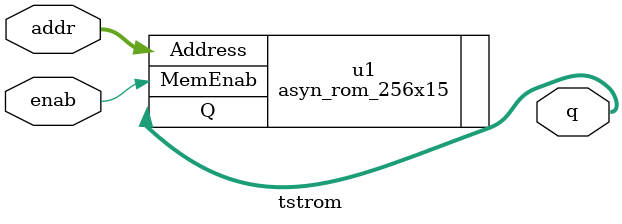
<source format=v>

module tstrom (addr, enab, q );
parameter LPM_FILE = "u1.hex";
input [7:0] addr;
input enab;
output [14:0] q;

  
asyn_rom_256x15 
// synopsys translate_off
           #(LPM_FILE)
// synopsys translate_on
      u1  (.Address(addr), .Q(q), .MemEnab(enab));

endmodule

</source>
